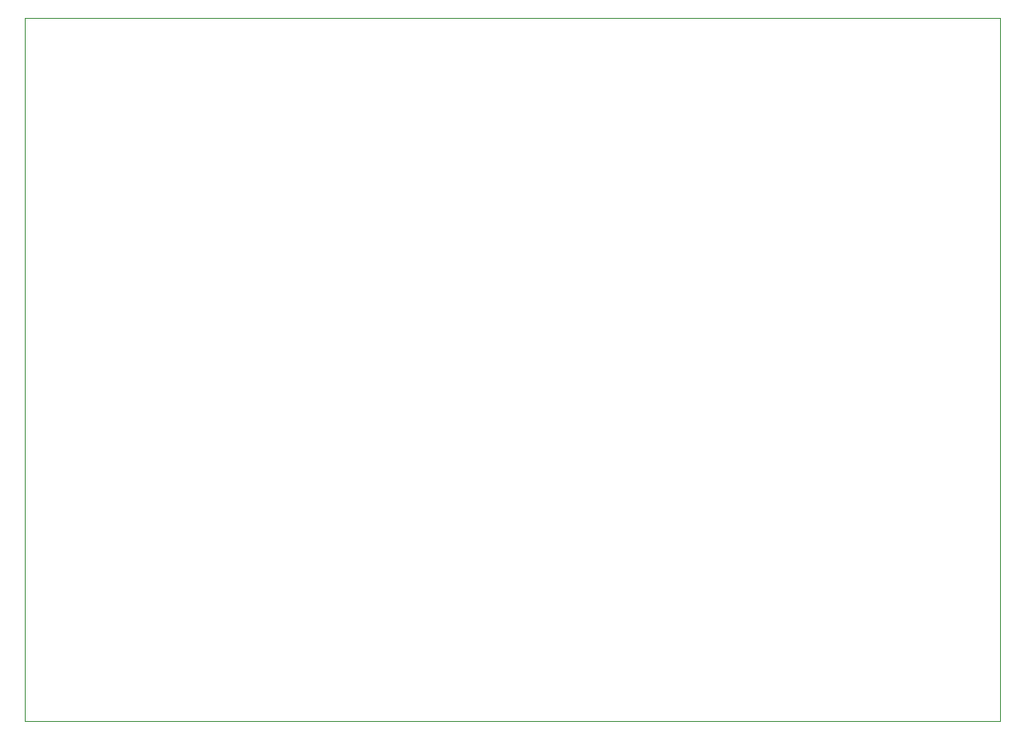
<source format=gbr>
G04 #@! TF.GenerationSoftware,KiCad,Pcbnew,(5.1.5)-3*
G04 #@! TF.CreationDate,2020-05-22T01:29:45-05:00*
G04 #@! TF.ProjectId,Delta_Robot,44656c74-615f-4526-9f62-6f742e6b6963,rev?*
G04 #@! TF.SameCoordinates,Original*
G04 #@! TF.FileFunction,Profile,NP*
%FSLAX46Y46*%
G04 Gerber Fmt 4.6, Leading zero omitted, Abs format (unit mm)*
G04 Created by KiCad (PCBNEW (5.1.5)-3) date 2020-05-22 01:29:45*
%MOMM*%
%LPD*%
G04 APERTURE LIST*
%ADD10C,0.050000*%
G04 APERTURE END LIST*
D10*
X185674000Y-126238000D02*
X186182000Y-126238000D01*
X185674000Y-56642000D02*
X186182000Y-56642000D01*
X185166000Y-126238000D02*
X185674000Y-126238000D01*
X185166000Y-56642000D02*
X185674000Y-56642000D01*
X89662000Y-126238000D02*
X90678000Y-126238000D01*
X89662000Y-56642000D02*
X89662000Y-126238000D01*
X90678000Y-56642000D02*
X89662000Y-56642000D01*
X186182000Y-126238000D02*
X186182000Y-56642000D01*
X90678000Y-126238000D02*
X185166000Y-126238000D01*
X90678000Y-56642000D02*
X185166000Y-56642000D01*
M02*

</source>
